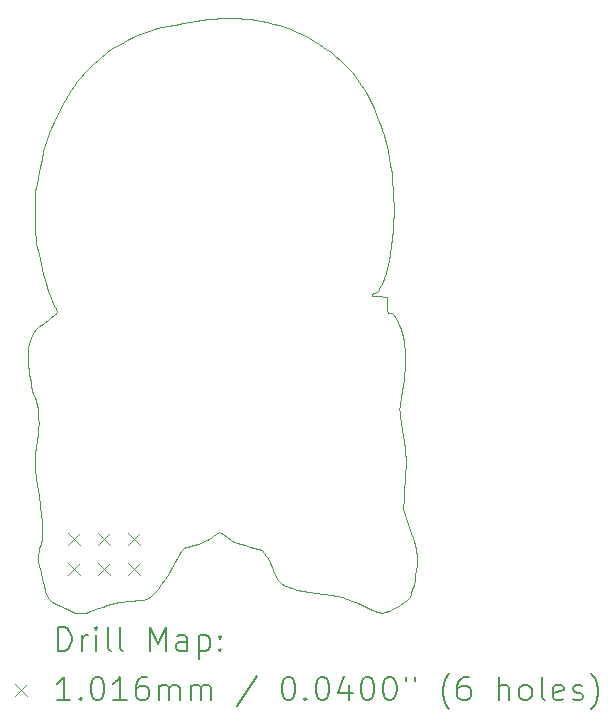
<source format=gbr>
%TF.GenerationSoftware,KiCad,Pcbnew,8.0.4*%
%TF.CreationDate,2024-07-21T19:03:18-05:00*%
%TF.ProjectId,keanu-homeboy,6b65616e-752d-4686-9f6d-65626f792e6b,rev?*%
%TF.SameCoordinates,Original*%
%TF.FileFunction,Drillmap*%
%TF.FilePolarity,Positive*%
%FSLAX45Y45*%
G04 Gerber Fmt 4.5, Leading zero omitted, Abs format (unit mm)*
G04 Created by KiCad (PCBNEW 8.0.4) date 2024-07-21 19:03:18*
%MOMM*%
%LPD*%
G01*
G04 APERTURE LIST*
%ADD10C,0.100000*%
%ADD11C,0.200000*%
%ADD12C,0.101600*%
G04 APERTURE END LIST*
D10*
X-1701413Y-2012726D02*
X-1712397Y-2009486D01*
X-1712399Y-2009486D02*
X-1725764Y-2004674D01*
X-1725764Y-2004674D02*
X-1758027Y-1991175D01*
X-1758027Y-1991175D02*
X-1794971Y-1973911D01*
X-1794971Y-1973911D02*
X-1833367Y-1954567D01*
X-1833367Y-1954567D02*
X-1869982Y-1934827D01*
X-1869982Y-1934827D02*
X-1901586Y-1916372D01*
X-1901586Y-1916372D02*
X-1924947Y-1900889D01*
X-1924947Y-1900889D02*
X-1932527Y-1894787D01*
X-1932527Y-1894787D02*
X-1936835Y-1890059D01*
X-1936835Y-1890059D02*
X-1941769Y-1880603D01*
X-1941769Y-1880603D02*
X-1947441Y-1866764D01*
X-1947441Y-1866764D02*
X-1960416Y-1828297D01*
X-1960416Y-1828297D02*
X-1974593Y-1779371D01*
X-1974593Y-1779371D02*
X-1988807Y-1724701D01*
X-1988807Y-1724701D02*
X-2001892Y-1669000D01*
X-2001892Y-1669000D02*
X-2012683Y-1616983D01*
X-2012683Y-1616983D02*
X-2020012Y-1573364D01*
X-2020012Y-1573364D02*
X-2022014Y-1556177D01*
X-2022014Y-1556177D02*
X-2022714Y-1542857D01*
X-2022714Y-1542857D02*
X-2021488Y-1518352D01*
X-2021488Y-1518352D02*
X-2018151Y-1491786D01*
X-2018151Y-1491786D02*
X-2013211Y-1466361D01*
X-2013211Y-1466361D02*
X-2007179Y-1445278D01*
X-2007179Y-1445278D02*
X-2001871Y-1429437D01*
X-2001871Y-1429437D02*
X-1997327Y-1413407D01*
X-1997327Y-1413407D02*
X-1993554Y-1396916D01*
X-1993554Y-1396916D02*
X-1990558Y-1379691D01*
X-1990558Y-1379691D02*
X-1988347Y-1361460D01*
X-1988347Y-1361460D02*
X-1986926Y-1341950D01*
X-1986926Y-1341950D02*
X-1986306Y-1320887D01*
X-1986306Y-1320887D02*
X-1986486Y-1298000D01*
X-1986486Y-1298000D02*
X-1989288Y-1245659D01*
X-1989288Y-1245659D02*
X-1995387Y-1182744D01*
X-1995387Y-1182744D02*
X-2004836Y-1107073D01*
X-2004836Y-1107073D02*
X-2017689Y-1016463D01*
X-2017689Y-1016463D02*
X-2030325Y-929130D01*
X-2030325Y-929130D02*
X-2039573Y-859017D01*
X-2039573Y-859017D02*
X-2045563Y-801605D01*
X-2045563Y-801605D02*
X-2048426Y-752375D01*
X-2048426Y-752375D02*
X-2048296Y-706806D01*
X-2048296Y-706806D02*
X-2045294Y-660380D01*
X-2045294Y-660380D02*
X-2039554Y-608576D01*
X-2039554Y-608576D02*
X-2031207Y-546875D01*
X-2031207Y-546875D02*
X-2025054Y-496753D01*
X-2025054Y-496753D02*
X-2021059Y-449088D01*
X-2021059Y-449088D02*
X-2019220Y-403985D01*
X-2019220Y-403985D02*
X-2019530Y-361551D01*
X-2019530Y-361551D02*
X-2021990Y-321892D01*
X-2021990Y-321892D02*
X-2026594Y-285116D01*
X-2026594Y-285116D02*
X-2033338Y-251327D01*
X-2033338Y-251327D02*
X-2042220Y-220634D01*
X-2042220Y-220634D02*
X-2052570Y-188820D01*
X-2052570Y-188820D02*
X-2062145Y-156296D01*
X-2062145Y-156296D02*
X-2070920Y-123259D01*
X-2070920Y-123259D02*
X-2078872Y-89909D01*
X-2078872Y-89909D02*
X-2085976Y-56446D01*
X-2085976Y-56446D02*
X-2092208Y-23067D01*
X-2092208Y-23067D02*
X-2097543Y10027D01*
X-2097543Y10027D02*
X-2101958Y42639D01*
X-2101958Y42639D02*
X-2105428Y74568D01*
X-2105428Y74568D02*
X-2107928Y105616D01*
X-2107928Y105616D02*
X-2109435Y135585D01*
X-2109435Y135585D02*
X-2109925Y164274D01*
X-2109925Y164274D02*
X-2109375Y191485D01*
X-2109375Y191485D02*
X-2107755Y217020D01*
X-2107755Y217020D02*
X-2105044Y240678D01*
X-2105044Y240678D02*
X-2101218Y262262D01*
X-2101218Y262262D02*
X-2094473Y286603D01*
X-2094473Y286603D02*
X-2084715Y312364D01*
X-2084715Y312364D02*
X-2072746Y338184D01*
X-2072746Y338184D02*
X-2059372Y362700D01*
X-2059372Y362700D02*
X-2045394Y384551D01*
X-2045394Y384551D02*
X-2031616Y402375D01*
X-2031616Y402375D02*
X-2025053Y409351D01*
X-2025053Y409351D02*
X-2018842Y414810D01*
X-2018842Y414810D02*
X-2013083Y418581D01*
X-2013083Y418581D02*
X-2007876Y420494D01*
X-2007876Y420494D02*
X-2003080Y422006D01*
X-2003080Y422006D02*
X-1997004Y424888D01*
X-1997004Y424888D02*
X-1982004Y434090D01*
X-1982004Y434090D02*
X-1964855Y446753D01*
X-1964855Y446753D02*
X-1947536Y461529D01*
X-1947536Y461529D02*
X-1930103Y476906D01*
X-1930103Y476906D02*
X-1912643Y491203D01*
X-1912643Y491203D02*
X-1897182Y502824D01*
X-1897182Y502824D02*
X-1885748Y510172D01*
X-1885748Y510172D02*
X-1877665Y515538D01*
X-1877665Y515538D02*
X-1871586Y521862D01*
X-1871586Y521862D02*
X-1867522Y529064D01*
X-1867522Y529064D02*
X-1865481Y537065D01*
X-1865481Y537065D02*
X-1865475Y545785D01*
X-1865475Y545785D02*
X-1867512Y555145D01*
X-1867512Y555145D02*
X-1871602Y565065D01*
X-1871602Y565065D02*
X-1877755Y575465D01*
X-1877755Y575465D02*
X-1886261Y589592D01*
X-1886261Y589592D02*
X-1895341Y607594D01*
X-1895341Y607594D02*
X-1904914Y629196D01*
X-1904914Y629196D02*
X-1914897Y654120D01*
X-1914897Y654120D02*
X-1935767Y712829D01*
X-1935767Y712829D02*
X-1957294Y781510D01*
X-1957294Y781510D02*
X-1978822Y857951D01*
X-1978822Y857951D02*
X-1999695Y939940D01*
X-1999695Y939940D02*
X-2019257Y1025265D01*
X-2019257Y1025265D02*
X-2036851Y1111714D01*
X-2036851Y1111714D02*
X-2040027Y1131648D01*
X-2040027Y1131648D02*
X-2042864Y1155838D01*
X-2042864Y1155838D02*
X-2047491Y1214444D01*
X-2047491Y1214444D02*
X-2050670Y1282443D01*
X-2050670Y1282443D02*
X-2052339Y1354749D01*
X-2052339Y1354749D02*
X-2052434Y1426275D01*
X-2052434Y1426275D02*
X-2050894Y1491931D01*
X-2050894Y1491931D02*
X-2047656Y1546632D01*
X-2047656Y1546632D02*
X-2045381Y1568285D01*
X-2045381Y1568285D02*
X-2042658Y1585290D01*
X-2042658Y1585290D02*
X-2007189Y1761521D01*
X-2007189Y1761521D02*
X-1992498Y1832131D01*
X-1992498Y1832131D02*
X-1978305Y1893877D01*
X-1978305Y1893877D02*
X-1963889Y1948960D01*
X-1963889Y1948960D02*
X-1948530Y1999581D01*
X-1948530Y1999581D02*
X-1931508Y2047940D01*
X-1931508Y2047940D02*
X-1912104Y2096237D01*
X-1912104Y2096237D02*
X-1889598Y2146675D01*
X-1889598Y2146675D02*
X-1863269Y2201452D01*
X-1863269Y2201452D02*
X-1840462Y2246261D01*
X-1840462Y2246261D02*
X-1816941Y2289766D01*
X-1816941Y2289766D02*
X-1792732Y2331934D01*
X-1792732Y2331934D02*
X-1767864Y2372730D01*
X-1767864Y2372730D02*
X-1742363Y2412121D01*
X-1742363Y2412121D02*
X-1716256Y2450072D01*
X-1716256Y2450072D02*
X-1689571Y2486551D01*
X-1689571Y2486551D02*
X-1662335Y2521523D01*
X-1662335Y2521523D02*
X-1634575Y2554954D01*
X-1634575Y2554954D02*
X-1606318Y2586811D01*
X-1606318Y2586811D02*
X-1577591Y2617059D01*
X-1577591Y2617059D02*
X-1548422Y2645666D01*
X-1548422Y2645666D02*
X-1518837Y2672596D01*
X-1518837Y2672596D02*
X-1488865Y2697817D01*
X-1488865Y2697817D02*
X-1458531Y2721295D01*
X-1458531Y2721295D02*
X-1427864Y2742995D01*
X-1427864Y2742995D02*
X-1377804Y2775154D01*
X-1377804Y2775154D02*
X-1324955Y2806109D01*
X-1324955Y2806109D02*
X-1270469Y2835324D01*
X-1270469Y2835324D02*
X-1215499Y2862259D01*
X-1215499Y2862259D02*
X-1161194Y2886377D01*
X-1161194Y2886377D02*
X-1108706Y2907140D01*
X-1108706Y2907140D02*
X-1059187Y2924010D01*
X-1059187Y2924010D02*
X-1035901Y2930817D01*
X-1035901Y2930817D02*
X-1013788Y2936450D01*
X-1013788Y2936450D02*
X-927803Y2955482D01*
X-927803Y2955482D02*
X-866056Y2967335D01*
X-866056Y2967335D02*
X-795686Y2979134D01*
X-795686Y2979134D02*
X-688969Y2998036D01*
X-688969Y2998036D02*
X-638410Y3006321D01*
X-638410Y3006321D02*
X-587782Y3012921D01*
X-587782Y3012921D02*
X-537101Y3017837D01*
X-537101Y3017837D02*
X-486381Y3021070D01*
X-486381Y3021070D02*
X-435636Y3022621D01*
X-435636Y3022621D02*
X-384882Y3022491D01*
X-384882Y3022491D02*
X-334132Y3020682D01*
X-334132Y3020682D02*
X-283402Y3017195D01*
X-283402Y3017195D02*
X-232705Y3012031D01*
X-232705Y3012031D02*
X-182058Y3005192D01*
X-182058Y3005192D02*
X-131473Y2996678D01*
X-131473Y2996678D02*
X-80967Y2986491D01*
X-80967Y2986491D02*
X-30552Y2974632D01*
X-30552Y2974632D02*
X19755Y2961103D01*
X19755Y2961103D02*
X69941Y2945905D01*
X69941Y2945905D02*
X119990Y2929038D01*
X119990Y2929038D02*
X147715Y2917608D01*
X147715Y2917608D02*
X183500Y2900468D01*
X183500Y2900468D02*
X224685Y2879114D01*
X224685Y2879114D02*
X268606Y2855041D01*
X268606Y2855041D02*
X312603Y2829743D01*
X312603Y2829743D02*
X354012Y2804715D01*
X354012Y2804715D02*
X390173Y2781453D01*
X390173Y2781453D02*
X418424Y2761450D01*
X418424Y2761450D02*
X455437Y2732107D01*
X455437Y2732107D02*
X493202Y2700173D01*
X493202Y2700173D02*
X530707Y2666627D01*
X530707Y2666627D02*
X566941Y2632448D01*
X566941Y2632448D02*
X600894Y2598616D01*
X600894Y2598616D02*
X631555Y2566110D01*
X631555Y2566110D02*
X657914Y2535909D01*
X657914Y2535909D02*
X678960Y2508993D01*
X678960Y2508993D02*
X696695Y2483483D01*
X696695Y2483483D02*
X714538Y2455873D01*
X714538Y2455873D02*
X732394Y2426374D01*
X732394Y2426374D02*
X750167Y2395198D01*
X750167Y2395198D02*
X767765Y2362555D01*
X767765Y2362555D02*
X785091Y2328656D01*
X785091Y2328656D02*
X802051Y2293711D01*
X802051Y2293711D02*
X818550Y2257933D01*
X818550Y2257933D02*
X849786Y2184715D01*
X849786Y2184715D02*
X864334Y2147698D01*
X864334Y2147698D02*
X878042Y2110691D01*
X878042Y2110691D02*
X890815Y2073903D01*
X890815Y2073903D02*
X902559Y2037545D01*
X902559Y2037545D02*
X913179Y2001830D01*
X913179Y2001830D02*
X922580Y1966966D01*
X922580Y1966966D02*
X937114Y1905312D01*
X937114Y1905312D02*
X949808Y1841788D01*
X949808Y1841788D02*
X960658Y1776666D01*
X960658Y1776666D02*
X969663Y1710214D01*
X969663Y1710214D02*
X976820Y1642704D01*
X976820Y1642704D02*
X982126Y1574405D01*
X982126Y1574405D02*
X985579Y1505587D01*
X985579Y1505587D02*
X987175Y1436522D01*
X987175Y1436522D02*
X986915Y1367479D01*
X986915Y1367479D02*
X984791Y1298728D01*
X984791Y1298728D02*
X980804Y1230540D01*
X980804Y1230540D02*
X974950Y1163185D01*
X974950Y1163185D02*
X967227Y1096932D01*
X967227Y1096932D02*
X957632Y1032053D01*
X957632Y1032053D02*
X946163Y968817D01*
X946163Y968817D02*
X932817Y907495D01*
X932817Y907495D02*
X921662Y865268D01*
X921662Y865268D02*
X909065Y826012D01*
X909065Y826012D02*
X895443Y790547D01*
X895443Y790547D02*
X881213Y759693D01*
X881213Y759693D02*
X866793Y734268D01*
X866793Y734268D02*
X859642Y723848D01*
X859642Y723848D02*
X852600Y715093D01*
X852600Y715093D02*
X845719Y708105D01*
X845719Y708105D02*
X839051Y702987D01*
X839051Y702987D02*
X832648Y699841D01*
X832648Y699841D02*
X826563Y698770D01*
X826563Y698770D02*
X821910Y697637D01*
X821910Y697637D02*
X816309Y694552D01*
X816309Y694552D02*
X810465Y689987D01*
X810465Y689987D02*
X805083Y684412D01*
X805083Y684412D02*
X802179Y680247D01*
X802179Y680247D02*
X801359Y676883D01*
X801359Y676883D02*
X802983Y674206D01*
X802983Y674206D02*
X807424Y672101D01*
X807424Y672101D02*
X815050Y670454D01*
X815050Y670454D02*
X826229Y669150D01*
X826229Y669150D02*
X860721Y667112D01*
X860721Y667112D02*
X928272Y664170D01*
X928272Y664170D02*
X931147Y593944D01*
X931147Y593944D02*
X933241Y554293D01*
X933241Y554293D02*
X934715Y542032D01*
X934715Y542032D02*
X936854Y533876D01*
X936854Y533876D02*
X939941Y529123D01*
X939941Y529123D02*
X944262Y527070D01*
X944262Y527070D02*
X950100Y527014D01*
X950100Y527014D02*
X957740Y528252D01*
X957740Y528252D02*
X965116Y529112D01*
X965116Y529112D02*
X971615Y528202D01*
X971615Y528202D02*
X977752Y524896D01*
X977752Y524896D02*
X984041Y518557D01*
X984041Y518557D02*
X990995Y508551D01*
X990995Y508551D02*
X999128Y494244D01*
X999128Y494244D02*
X1020988Y450189D01*
X1020988Y450189D02*
X1034006Y420768D01*
X1034006Y420768D02*
X1045537Y390010D01*
X1045537Y390010D02*
X1055582Y357910D01*
X1055582Y357910D02*
X1064140Y324460D01*
X1064140Y324460D02*
X1071212Y289653D01*
X1071212Y289653D02*
X1076799Y253482D01*
X1076799Y253482D02*
X1080900Y215939D01*
X1080900Y215939D02*
X1083517Y177019D01*
X1083517Y177019D02*
X1084649Y136714D01*
X1084649Y136714D02*
X1084299Y95016D01*
X1084299Y95016D02*
X1082463Y51919D01*
X1082463Y51919D02*
X1079143Y7416D01*
X1079143Y7416D02*
X1074340Y-38500D01*
X1074340Y-38500D02*
X1068054Y-85837D01*
X1068054Y-85837D02*
X1060285Y-134602D01*
X1060285Y-134602D02*
X1051034Y-184800D01*
X1051034Y-184800D02*
X1040364Y-242965D01*
X1040364Y-242965D02*
X1037701Y-265081D01*
X1037701Y-265081D02*
X1036821Y-285928D01*
X1036821Y-285928D02*
X1037731Y-308036D01*
X1037731Y-308036D02*
X1040424Y-333936D01*
X1040424Y-333936D02*
X1051175Y-407237D01*
X1051175Y-407237D02*
X1074530Y-563133D01*
X1074530Y-563133D02*
X1081854Y-618974D01*
X1081854Y-618974D02*
X1086693Y-664818D01*
X1086693Y-664818D02*
X1089361Y-704221D01*
X1089361Y-704221D02*
X1090171Y-740740D01*
X1090171Y-740740D02*
X1089431Y-777931D01*
X1089431Y-777931D02*
X1087463Y-819350D01*
X1087463Y-819350D02*
X1075447Y-1036231D01*
X1075447Y-1036231D02*
X1069975Y-1135092D01*
X1069975Y-1135092D02*
X1127306Y-1308098D01*
X1127306Y-1308098D02*
X1158848Y-1405559D01*
X1158848Y-1405559D02*
X1168930Y-1440126D01*
X1168930Y-1440126D02*
X1175927Y-1468543D01*
X1175927Y-1468543D02*
X1180371Y-1493277D01*
X1180371Y-1493277D02*
X1182793Y-1516799D01*
X1182793Y-1516799D02*
X1183723Y-1541577D01*
X1183723Y-1541577D02*
X1183695Y-1570079D01*
X1183695Y-1570079D02*
X1182066Y-1608190D01*
X1182066Y-1608190D02*
X1178169Y-1649821D01*
X1178169Y-1649821D02*
X1172354Y-1693123D01*
X1172354Y-1693123D02*
X1164971Y-1736249D01*
X1164971Y-1736249D02*
X1156372Y-1777353D01*
X1156372Y-1777353D02*
X1146906Y-1814588D01*
X1146906Y-1814588D02*
X1136924Y-1846105D01*
X1136924Y-1846105D02*
X1131849Y-1859143D01*
X1131849Y-1859143D02*
X1126777Y-1870059D01*
X1126777Y-1870059D02*
X1121995Y-1877750D01*
X1121995Y-1877750D02*
X1115281Y-1886184D01*
X1115281Y-1886184D02*
X1106805Y-1895210D01*
X1106805Y-1895210D02*
X1096739Y-1904674D01*
X1096739Y-1904674D02*
X1072518Y-1924309D01*
X1072518Y-1924309D02*
X1043989Y-1943867D01*
X1043989Y-1943867D02*
X997784Y-1972134D01*
X997784Y-1972134D02*
X977739Y-1983311D01*
X977739Y-1983311D02*
X959268Y-1992535D01*
X959268Y-1992535D02*
X942025Y-1999820D01*
X942025Y-1999820D02*
X925662Y-2005178D01*
X925662Y-2005178D02*
X909830Y-2008623D01*
X909830Y-2008623D02*
X894183Y-2010168D01*
X894183Y-2010168D02*
X878373Y-2009828D01*
X878373Y-2009828D02*
X862052Y-2007614D01*
X862052Y-2007614D02*
X844873Y-2003540D01*
X844873Y-2003540D02*
X826488Y-1997619D01*
X826488Y-1997619D02*
X806549Y-1989865D01*
X806549Y-1989865D02*
X784710Y-1980291D01*
X784710Y-1980291D02*
X733937Y-1955737D01*
X733937Y-1955737D02*
X683707Y-1931355D01*
X683707Y-1931355D02*
X638255Y-1911240D01*
X638255Y-1911240D02*
X595200Y-1894720D01*
X595200Y-1894720D02*
X552161Y-1881124D01*
X552161Y-1881124D02*
X506754Y-1869780D01*
X506754Y-1869780D02*
X456599Y-1860016D01*
X456599Y-1860016D02*
X399312Y-1851160D01*
X399312Y-1851160D02*
X332513Y-1842541D01*
X332513Y-1842541D02*
X270962Y-1834406D01*
X270962Y-1834406D02*
X217041Y-1825712D01*
X217041Y-1825712D02*
X170276Y-1816322D01*
X170276Y-1816322D02*
X130195Y-1806098D01*
X130195Y-1806098D02*
X96325Y-1794904D01*
X96325Y-1794904D02*
X81572Y-1788901D01*
X81572Y-1788901D02*
X68193Y-1782604D01*
X68193Y-1782604D02*
X56131Y-1775995D01*
X56131Y-1775995D02*
X45326Y-1769058D01*
X45326Y-1769058D02*
X35719Y-1761776D01*
X35719Y-1761776D02*
X27251Y-1754132D01*
X27251Y-1754132D02*
X15968Y-1740698D01*
X15968Y-1740698D02*
X2977Y-1721639D01*
X2977Y-1721639D02*
X-10731Y-1698853D01*
X-10731Y-1698853D02*
X-24168Y-1674241D01*
X-24168Y-1674241D02*
X-36342Y-1649702D01*
X-36342Y-1649702D02*
X-46265Y-1627136D01*
X-46265Y-1627136D02*
X-52947Y-1608441D01*
X-52947Y-1608441D02*
X-54763Y-1601139D01*
X-54763Y-1601139D02*
X-55393Y-1595518D01*
X-55393Y-1595518D02*
X-56113Y-1591637D01*
X-56113Y-1591637D02*
X-58182Y-1585991D01*
X-58182Y-1585991D02*
X-65780Y-1570478D01*
X-65780Y-1570478D02*
X-77023Y-1551127D01*
X-77023Y-1551127D02*
X-90750Y-1530084D01*
X-90750Y-1530084D02*
X-126101Y-1478754D01*
X-126101Y-1478754D02*
X-231626Y-1451476D01*
X-231626Y-1451476D02*
X-271552Y-1440746D01*
X-271552Y-1440746D02*
X-305978Y-1430565D01*
X-305978Y-1430565D02*
X-335391Y-1420726D01*
X-335391Y-1420726D02*
X-360281Y-1411020D01*
X-360281Y-1411020D02*
X-381136Y-1401239D01*
X-381136Y-1401239D02*
X-398443Y-1391176D01*
X-398443Y-1391176D02*
X-412692Y-1380623D01*
X-412692Y-1380623D02*
X-424369Y-1369371D01*
X-424369Y-1369371D02*
X-433645Y-1360691D01*
X-433645Y-1360691D02*
X-445583Y-1351785D01*
X-445583Y-1351785D02*
X-458645Y-1343698D01*
X-458645Y-1343698D02*
X-471290Y-1337477D01*
X-471290Y-1337477D02*
X-480418Y-1333945D01*
X-480418Y-1333945D02*
X-488106Y-1331815D01*
X-488106Y-1331815D02*
X-494970Y-1331295D01*
X-494970Y-1331295D02*
X-501625Y-1332592D01*
X-501625Y-1332592D02*
X-508688Y-1335913D01*
X-508688Y-1335913D02*
X-516775Y-1341466D01*
X-516775Y-1341466D02*
X-538485Y-1360095D01*
X-538485Y-1360095D02*
X-554377Y-1373020D01*
X-554377Y-1373020D02*
X-572776Y-1385361D01*
X-572776Y-1385361D02*
X-593624Y-1397092D01*
X-593624Y-1397092D02*
X-616863Y-1408190D01*
X-616863Y-1408190D02*
X-642438Y-1418628D01*
X-642438Y-1418628D02*
X-670289Y-1428381D01*
X-670289Y-1428381D02*
X-700361Y-1437424D01*
X-700361Y-1437424D02*
X-732595Y-1445732D01*
X-732595Y-1445732D02*
X-753980Y-1451262D01*
X-753980Y-1451262D02*
X-771549Y-1456967D01*
X-771549Y-1456967D02*
X-785910Y-1463314D01*
X-785910Y-1463314D02*
X-797673Y-1470769D01*
X-797673Y-1470769D02*
X-807447Y-1479798D01*
X-807447Y-1479798D02*
X-815842Y-1490868D01*
X-815842Y-1490868D02*
X-823467Y-1504445D01*
X-823467Y-1504445D02*
X-830931Y-1520995D01*
X-830931Y-1520995D02*
X-842798Y-1545358D01*
X-842798Y-1545358D02*
X-863026Y-1582712D01*
X-863026Y-1582712D02*
X-888783Y-1627972D01*
X-888783Y-1627972D02*
X-917236Y-1676047D01*
X-917236Y-1676047D02*
X-948691Y-1725800D01*
X-948691Y-1725800D02*
X-979591Y-1770100D01*
X-979591Y-1770100D02*
X-1009604Y-1808601D01*
X-1009604Y-1808601D02*
X-1024174Y-1825569D01*
X-1024174Y-1825569D02*
X-1038397Y-1840957D01*
X-1038397Y-1840957D02*
X-1052232Y-1854723D01*
X-1052232Y-1854723D02*
X-1065638Y-1866823D01*
X-1065638Y-1866823D02*
X-1078572Y-1877215D01*
X-1078572Y-1877215D02*
X-1090994Y-1885854D01*
X-1090994Y-1885854D02*
X-1102861Y-1892697D01*
X-1102861Y-1892697D02*
X-1114131Y-1897702D01*
X-1114131Y-1897702D02*
X-1124765Y-1900825D01*
X-1124765Y-1900825D02*
X-1134719Y-1902023D01*
X-1134719Y-1902023D02*
X-1162285Y-1903390D01*
X-1162285Y-1903390D02*
X-1182411Y-1905652D01*
X-1182411Y-1905652D02*
X-1216103Y-1909833D01*
X-1216103Y-1909833D02*
X-1276283Y-1915852D01*
X-1276283Y-1915852D02*
X-1307540Y-1919418D01*
X-1307540Y-1919418D02*
X-1338811Y-1924381D01*
X-1338811Y-1924381D02*
X-1370616Y-1930881D01*
X-1370616Y-1930881D02*
X-1403476Y-1939059D01*
X-1403476Y-1939059D02*
X-1437911Y-1949056D01*
X-1437911Y-1949056D02*
X-1474441Y-1961012D01*
X-1474441Y-1961012D02*
X-1513586Y-1975068D01*
X-1513586Y-1975068D02*
X-1555868Y-1991365D01*
X-1555868Y-1991365D02*
X-1580061Y-2000551D01*
X-1580061Y-2000551D02*
X-1601464Y-2007717D01*
X-1601464Y-2007717D02*
X-1620614Y-2012943D01*
X-1620614Y-2012943D02*
X-1638051Y-2016307D01*
X-1638051Y-2016307D02*
X-1654313Y-2017888D01*
X-1654313Y-2017888D02*
X-1669937Y-2017768D01*
X-1669937Y-2017768D02*
X-1685463Y-2016021D01*
X-1685463Y-2016021D02*
X-1701413Y-2012726D01*
D11*
D12*
X-1773428Y-1333500D02*
X-1671828Y-1435100D01*
X-1671828Y-1333500D02*
X-1773428Y-1435100D01*
X-1773428Y-1587500D02*
X-1671828Y-1689100D01*
X-1671828Y-1587500D02*
X-1773428Y-1689100D01*
X-1519428Y-1333500D02*
X-1417828Y-1435100D01*
X-1417828Y-1333500D02*
X-1519428Y-1435100D01*
X-1519428Y-1587500D02*
X-1417828Y-1689100D01*
X-1417828Y-1587500D02*
X-1519428Y-1689100D01*
X-1265428Y-1333500D02*
X-1163828Y-1435100D01*
X-1163828Y-1333500D02*
X-1265428Y-1435100D01*
X-1265428Y-1587500D02*
X-1163828Y-1689100D01*
X-1163828Y-1587500D02*
X-1265428Y-1689100D01*
D11*
X-1854148Y-2334372D02*
X-1854148Y-2134372D01*
X-1854148Y-2134372D02*
X-1806529Y-2134372D01*
X-1806529Y-2134372D02*
X-1777957Y-2143896D01*
X-1777957Y-2143896D02*
X-1758910Y-2162943D01*
X-1758910Y-2162943D02*
X-1749386Y-2181991D01*
X-1749386Y-2181991D02*
X-1739862Y-2220086D01*
X-1739862Y-2220086D02*
X-1739862Y-2248658D01*
X-1739862Y-2248658D02*
X-1749386Y-2286753D01*
X-1749386Y-2286753D02*
X-1758910Y-2305800D01*
X-1758910Y-2305800D02*
X-1777957Y-2324848D01*
X-1777957Y-2324848D02*
X-1806529Y-2334372D01*
X-1806529Y-2334372D02*
X-1854148Y-2334372D01*
X-1654148Y-2334372D02*
X-1654148Y-2201039D01*
X-1654148Y-2239134D02*
X-1644624Y-2220086D01*
X-1644624Y-2220086D02*
X-1635100Y-2210562D01*
X-1635100Y-2210562D02*
X-1616053Y-2201039D01*
X-1616053Y-2201039D02*
X-1597005Y-2201039D01*
X-1530338Y-2334372D02*
X-1530338Y-2201039D01*
X-1530338Y-2134372D02*
X-1539862Y-2143896D01*
X-1539862Y-2143896D02*
X-1530338Y-2153420D01*
X-1530338Y-2153420D02*
X-1520814Y-2143896D01*
X-1520814Y-2143896D02*
X-1530338Y-2134372D01*
X-1530338Y-2134372D02*
X-1530338Y-2153420D01*
X-1406529Y-2334372D02*
X-1425576Y-2324848D01*
X-1425576Y-2324848D02*
X-1435100Y-2305800D01*
X-1435100Y-2305800D02*
X-1435100Y-2134372D01*
X-1301767Y-2334372D02*
X-1320815Y-2324848D01*
X-1320815Y-2324848D02*
X-1330338Y-2305800D01*
X-1330338Y-2305800D02*
X-1330338Y-2134372D01*
X-1073195Y-2334372D02*
X-1073195Y-2134372D01*
X-1073195Y-2134372D02*
X-1006529Y-2277229D01*
X-1006529Y-2277229D02*
X-939862Y-2134372D01*
X-939862Y-2134372D02*
X-939862Y-2334372D01*
X-758910Y-2334372D02*
X-758910Y-2229610D01*
X-758910Y-2229610D02*
X-768433Y-2210562D01*
X-768433Y-2210562D02*
X-787481Y-2201039D01*
X-787481Y-2201039D02*
X-825576Y-2201039D01*
X-825576Y-2201039D02*
X-844624Y-2210562D01*
X-758910Y-2324848D02*
X-777957Y-2334372D01*
X-777957Y-2334372D02*
X-825576Y-2334372D01*
X-825576Y-2334372D02*
X-844624Y-2324848D01*
X-844624Y-2324848D02*
X-854148Y-2305800D01*
X-854148Y-2305800D02*
X-854148Y-2286753D01*
X-854148Y-2286753D02*
X-844624Y-2267705D01*
X-844624Y-2267705D02*
X-825576Y-2258181D01*
X-825576Y-2258181D02*
X-777957Y-2258181D01*
X-777957Y-2258181D02*
X-758910Y-2248658D01*
X-663672Y-2201039D02*
X-663672Y-2401039D01*
X-663672Y-2210562D02*
X-644624Y-2201039D01*
X-644624Y-2201039D02*
X-606529Y-2201039D01*
X-606529Y-2201039D02*
X-587481Y-2210562D01*
X-587481Y-2210562D02*
X-577957Y-2220086D01*
X-577957Y-2220086D02*
X-568434Y-2239134D01*
X-568434Y-2239134D02*
X-568434Y-2296277D01*
X-568434Y-2296277D02*
X-577957Y-2315324D01*
X-577957Y-2315324D02*
X-587481Y-2324848D01*
X-587481Y-2324848D02*
X-606529Y-2334372D01*
X-606529Y-2334372D02*
X-644624Y-2334372D01*
X-644624Y-2334372D02*
X-663672Y-2324848D01*
X-482719Y-2315324D02*
X-473195Y-2324848D01*
X-473195Y-2324848D02*
X-482719Y-2334372D01*
X-482719Y-2334372D02*
X-492243Y-2324848D01*
X-492243Y-2324848D02*
X-482719Y-2315324D01*
X-482719Y-2315324D02*
X-482719Y-2334372D01*
X-482719Y-2210562D02*
X-473195Y-2220086D01*
X-473195Y-2220086D02*
X-482719Y-2229610D01*
X-482719Y-2229610D02*
X-492243Y-2220086D01*
X-492243Y-2220086D02*
X-482719Y-2210562D01*
X-482719Y-2210562D02*
X-482719Y-2229610D01*
D12*
X-2216525Y-2612088D02*
X-2114925Y-2713688D01*
X-2114925Y-2612088D02*
X-2216525Y-2713688D01*
D11*
X-1749386Y-2754372D02*
X-1863672Y-2754372D01*
X-1806529Y-2754372D02*
X-1806529Y-2554372D01*
X-1806529Y-2554372D02*
X-1825576Y-2582943D01*
X-1825576Y-2582943D02*
X-1844624Y-2601991D01*
X-1844624Y-2601991D02*
X-1863672Y-2611515D01*
X-1663672Y-2735324D02*
X-1654148Y-2744848D01*
X-1654148Y-2744848D02*
X-1663672Y-2754372D01*
X-1663672Y-2754372D02*
X-1673195Y-2744848D01*
X-1673195Y-2744848D02*
X-1663672Y-2735324D01*
X-1663672Y-2735324D02*
X-1663672Y-2754372D01*
X-1530338Y-2554372D02*
X-1511291Y-2554372D01*
X-1511291Y-2554372D02*
X-1492243Y-2563896D01*
X-1492243Y-2563896D02*
X-1482719Y-2573420D01*
X-1482719Y-2573420D02*
X-1473195Y-2592467D01*
X-1473195Y-2592467D02*
X-1463672Y-2630562D01*
X-1463672Y-2630562D02*
X-1463672Y-2678181D01*
X-1463672Y-2678181D02*
X-1473195Y-2716277D01*
X-1473195Y-2716277D02*
X-1482719Y-2735324D01*
X-1482719Y-2735324D02*
X-1492243Y-2744848D01*
X-1492243Y-2744848D02*
X-1511291Y-2754372D01*
X-1511291Y-2754372D02*
X-1530338Y-2754372D01*
X-1530338Y-2754372D02*
X-1549386Y-2744848D01*
X-1549386Y-2744848D02*
X-1558910Y-2735324D01*
X-1558910Y-2735324D02*
X-1568433Y-2716277D01*
X-1568433Y-2716277D02*
X-1577957Y-2678181D01*
X-1577957Y-2678181D02*
X-1577957Y-2630562D01*
X-1577957Y-2630562D02*
X-1568433Y-2592467D01*
X-1568433Y-2592467D02*
X-1558910Y-2573420D01*
X-1558910Y-2573420D02*
X-1549386Y-2563896D01*
X-1549386Y-2563896D02*
X-1530338Y-2554372D01*
X-1273195Y-2754372D02*
X-1387481Y-2754372D01*
X-1330338Y-2754372D02*
X-1330338Y-2554372D01*
X-1330338Y-2554372D02*
X-1349386Y-2582943D01*
X-1349386Y-2582943D02*
X-1368434Y-2601991D01*
X-1368434Y-2601991D02*
X-1387481Y-2611515D01*
X-1101767Y-2554372D02*
X-1139862Y-2554372D01*
X-1139862Y-2554372D02*
X-1158910Y-2563896D01*
X-1158910Y-2563896D02*
X-1168434Y-2573420D01*
X-1168434Y-2573420D02*
X-1187481Y-2601991D01*
X-1187481Y-2601991D02*
X-1197005Y-2640086D01*
X-1197005Y-2640086D02*
X-1197005Y-2716277D01*
X-1197005Y-2716277D02*
X-1187481Y-2735324D01*
X-1187481Y-2735324D02*
X-1177957Y-2744848D01*
X-1177957Y-2744848D02*
X-1158910Y-2754372D01*
X-1158910Y-2754372D02*
X-1120814Y-2754372D01*
X-1120814Y-2754372D02*
X-1101767Y-2744848D01*
X-1101767Y-2744848D02*
X-1092243Y-2735324D01*
X-1092243Y-2735324D02*
X-1082719Y-2716277D01*
X-1082719Y-2716277D02*
X-1082719Y-2668658D01*
X-1082719Y-2668658D02*
X-1092243Y-2649610D01*
X-1092243Y-2649610D02*
X-1101767Y-2640086D01*
X-1101767Y-2640086D02*
X-1120814Y-2630562D01*
X-1120814Y-2630562D02*
X-1158910Y-2630562D01*
X-1158910Y-2630562D02*
X-1177957Y-2640086D01*
X-1177957Y-2640086D02*
X-1187481Y-2649610D01*
X-1187481Y-2649610D02*
X-1197005Y-2668658D01*
X-997005Y-2754372D02*
X-997005Y-2621039D01*
X-997005Y-2640086D02*
X-987481Y-2630562D01*
X-987481Y-2630562D02*
X-968433Y-2621039D01*
X-968433Y-2621039D02*
X-939862Y-2621039D01*
X-939862Y-2621039D02*
X-920814Y-2630562D01*
X-920814Y-2630562D02*
X-911291Y-2649610D01*
X-911291Y-2649610D02*
X-911291Y-2754372D01*
X-911291Y-2649610D02*
X-901767Y-2630562D01*
X-901767Y-2630562D02*
X-882719Y-2621039D01*
X-882719Y-2621039D02*
X-854148Y-2621039D01*
X-854148Y-2621039D02*
X-835100Y-2630562D01*
X-835100Y-2630562D02*
X-825576Y-2649610D01*
X-825576Y-2649610D02*
X-825576Y-2754372D01*
X-730338Y-2754372D02*
X-730338Y-2621039D01*
X-730338Y-2640086D02*
X-720814Y-2630562D01*
X-720814Y-2630562D02*
X-701767Y-2621039D01*
X-701767Y-2621039D02*
X-673195Y-2621039D01*
X-673195Y-2621039D02*
X-654148Y-2630562D01*
X-654148Y-2630562D02*
X-644624Y-2649610D01*
X-644624Y-2649610D02*
X-644624Y-2754372D01*
X-644624Y-2649610D02*
X-635100Y-2630562D01*
X-635100Y-2630562D02*
X-616053Y-2621039D01*
X-616053Y-2621039D02*
X-587481Y-2621039D01*
X-587481Y-2621039D02*
X-568433Y-2630562D01*
X-568433Y-2630562D02*
X-558910Y-2649610D01*
X-558910Y-2649610D02*
X-558910Y-2754372D01*
X-168433Y-2544848D02*
X-339862Y-2801991D01*
X88709Y-2554372D02*
X107757Y-2554372D01*
X107757Y-2554372D02*
X126805Y-2563896D01*
X126805Y-2563896D02*
X136329Y-2573420D01*
X136329Y-2573420D02*
X145852Y-2592467D01*
X145852Y-2592467D02*
X155376Y-2630562D01*
X155376Y-2630562D02*
X155376Y-2678181D01*
X155376Y-2678181D02*
X145852Y-2716277D01*
X145852Y-2716277D02*
X136329Y-2735324D01*
X136329Y-2735324D02*
X126805Y-2744848D01*
X126805Y-2744848D02*
X107757Y-2754372D01*
X107757Y-2754372D02*
X88709Y-2754372D01*
X88709Y-2754372D02*
X69662Y-2744848D01*
X69662Y-2744848D02*
X60138Y-2735324D01*
X60138Y-2735324D02*
X50614Y-2716277D01*
X50614Y-2716277D02*
X41090Y-2678181D01*
X41090Y-2678181D02*
X41090Y-2630562D01*
X41090Y-2630562D02*
X50614Y-2592467D01*
X50614Y-2592467D02*
X60138Y-2573420D01*
X60138Y-2573420D02*
X69662Y-2563896D01*
X69662Y-2563896D02*
X88709Y-2554372D01*
X241090Y-2735324D02*
X250614Y-2744848D01*
X250614Y-2744848D02*
X241090Y-2754372D01*
X241090Y-2754372D02*
X231567Y-2744848D01*
X231567Y-2744848D02*
X241090Y-2735324D01*
X241090Y-2735324D02*
X241090Y-2754372D01*
X374424Y-2554372D02*
X393471Y-2554372D01*
X393471Y-2554372D02*
X412519Y-2563896D01*
X412519Y-2563896D02*
X422043Y-2573420D01*
X422043Y-2573420D02*
X431567Y-2592467D01*
X431567Y-2592467D02*
X441090Y-2630562D01*
X441090Y-2630562D02*
X441090Y-2678181D01*
X441090Y-2678181D02*
X431567Y-2716277D01*
X431567Y-2716277D02*
X422043Y-2735324D01*
X422043Y-2735324D02*
X412519Y-2744848D01*
X412519Y-2744848D02*
X393471Y-2754372D01*
X393471Y-2754372D02*
X374424Y-2754372D01*
X374424Y-2754372D02*
X355376Y-2744848D01*
X355376Y-2744848D02*
X345852Y-2735324D01*
X345852Y-2735324D02*
X336329Y-2716277D01*
X336329Y-2716277D02*
X326805Y-2678181D01*
X326805Y-2678181D02*
X326805Y-2630562D01*
X326805Y-2630562D02*
X336329Y-2592467D01*
X336329Y-2592467D02*
X345852Y-2573420D01*
X345852Y-2573420D02*
X355376Y-2563896D01*
X355376Y-2563896D02*
X374424Y-2554372D01*
X612519Y-2621039D02*
X612519Y-2754372D01*
X564900Y-2544848D02*
X517281Y-2687705D01*
X517281Y-2687705D02*
X641090Y-2687705D01*
X755376Y-2554372D02*
X774424Y-2554372D01*
X774424Y-2554372D02*
X793471Y-2563896D01*
X793471Y-2563896D02*
X802995Y-2573420D01*
X802995Y-2573420D02*
X812519Y-2592467D01*
X812519Y-2592467D02*
X822043Y-2630562D01*
X822043Y-2630562D02*
X822043Y-2678181D01*
X822043Y-2678181D02*
X812519Y-2716277D01*
X812519Y-2716277D02*
X802995Y-2735324D01*
X802995Y-2735324D02*
X793471Y-2744848D01*
X793471Y-2744848D02*
X774424Y-2754372D01*
X774424Y-2754372D02*
X755376Y-2754372D01*
X755376Y-2754372D02*
X736328Y-2744848D01*
X736328Y-2744848D02*
X726805Y-2735324D01*
X726805Y-2735324D02*
X717281Y-2716277D01*
X717281Y-2716277D02*
X707757Y-2678181D01*
X707757Y-2678181D02*
X707757Y-2630562D01*
X707757Y-2630562D02*
X717281Y-2592467D01*
X717281Y-2592467D02*
X726805Y-2573420D01*
X726805Y-2573420D02*
X736328Y-2563896D01*
X736328Y-2563896D02*
X755376Y-2554372D01*
X945852Y-2554372D02*
X964900Y-2554372D01*
X964900Y-2554372D02*
X983948Y-2563896D01*
X983948Y-2563896D02*
X993471Y-2573420D01*
X993471Y-2573420D02*
X1002995Y-2592467D01*
X1002995Y-2592467D02*
X1012519Y-2630562D01*
X1012519Y-2630562D02*
X1012519Y-2678181D01*
X1012519Y-2678181D02*
X1002995Y-2716277D01*
X1002995Y-2716277D02*
X993471Y-2735324D01*
X993471Y-2735324D02*
X983948Y-2744848D01*
X983948Y-2744848D02*
X964900Y-2754372D01*
X964900Y-2754372D02*
X945852Y-2754372D01*
X945852Y-2754372D02*
X926805Y-2744848D01*
X926805Y-2744848D02*
X917281Y-2735324D01*
X917281Y-2735324D02*
X907757Y-2716277D01*
X907757Y-2716277D02*
X898233Y-2678181D01*
X898233Y-2678181D02*
X898233Y-2630562D01*
X898233Y-2630562D02*
X907757Y-2592467D01*
X907757Y-2592467D02*
X917281Y-2573420D01*
X917281Y-2573420D02*
X926805Y-2563896D01*
X926805Y-2563896D02*
X945852Y-2554372D01*
X1088710Y-2554372D02*
X1088710Y-2592467D01*
X1164900Y-2554372D02*
X1164900Y-2592467D01*
X1460138Y-2830562D02*
X1450614Y-2821038D01*
X1450614Y-2821038D02*
X1431567Y-2792467D01*
X1431567Y-2792467D02*
X1422043Y-2773420D01*
X1422043Y-2773420D02*
X1412519Y-2744848D01*
X1412519Y-2744848D02*
X1402995Y-2697229D01*
X1402995Y-2697229D02*
X1402995Y-2659134D01*
X1402995Y-2659134D02*
X1412519Y-2611515D01*
X1412519Y-2611515D02*
X1422043Y-2582943D01*
X1422043Y-2582943D02*
X1431567Y-2563896D01*
X1431567Y-2563896D02*
X1450614Y-2535324D01*
X1450614Y-2535324D02*
X1460138Y-2525800D01*
X1622043Y-2554372D02*
X1583948Y-2554372D01*
X1583948Y-2554372D02*
X1564900Y-2563896D01*
X1564900Y-2563896D02*
X1555376Y-2573420D01*
X1555376Y-2573420D02*
X1536329Y-2601991D01*
X1536329Y-2601991D02*
X1526805Y-2640086D01*
X1526805Y-2640086D02*
X1526805Y-2716277D01*
X1526805Y-2716277D02*
X1536329Y-2735324D01*
X1536329Y-2735324D02*
X1545852Y-2744848D01*
X1545852Y-2744848D02*
X1564900Y-2754372D01*
X1564900Y-2754372D02*
X1602995Y-2754372D01*
X1602995Y-2754372D02*
X1622043Y-2744848D01*
X1622043Y-2744848D02*
X1631567Y-2735324D01*
X1631567Y-2735324D02*
X1641090Y-2716277D01*
X1641090Y-2716277D02*
X1641090Y-2668658D01*
X1641090Y-2668658D02*
X1631567Y-2649610D01*
X1631567Y-2649610D02*
X1622043Y-2640086D01*
X1622043Y-2640086D02*
X1602995Y-2630562D01*
X1602995Y-2630562D02*
X1564900Y-2630562D01*
X1564900Y-2630562D02*
X1545852Y-2640086D01*
X1545852Y-2640086D02*
X1536329Y-2649610D01*
X1536329Y-2649610D02*
X1526805Y-2668658D01*
X1879186Y-2754372D02*
X1879186Y-2554372D01*
X1964900Y-2754372D02*
X1964900Y-2649610D01*
X1964900Y-2649610D02*
X1955376Y-2630562D01*
X1955376Y-2630562D02*
X1936329Y-2621039D01*
X1936329Y-2621039D02*
X1907757Y-2621039D01*
X1907757Y-2621039D02*
X1888710Y-2630562D01*
X1888710Y-2630562D02*
X1879186Y-2640086D01*
X2088710Y-2754372D02*
X2069662Y-2744848D01*
X2069662Y-2744848D02*
X2060138Y-2735324D01*
X2060138Y-2735324D02*
X2050614Y-2716277D01*
X2050614Y-2716277D02*
X2050614Y-2659134D01*
X2050614Y-2659134D02*
X2060138Y-2640086D01*
X2060138Y-2640086D02*
X2069662Y-2630562D01*
X2069662Y-2630562D02*
X2088710Y-2621039D01*
X2088710Y-2621039D02*
X2117281Y-2621039D01*
X2117281Y-2621039D02*
X2136329Y-2630562D01*
X2136329Y-2630562D02*
X2145853Y-2640086D01*
X2145853Y-2640086D02*
X2155376Y-2659134D01*
X2155376Y-2659134D02*
X2155376Y-2716277D01*
X2155376Y-2716277D02*
X2145853Y-2735324D01*
X2145853Y-2735324D02*
X2136329Y-2744848D01*
X2136329Y-2744848D02*
X2117281Y-2754372D01*
X2117281Y-2754372D02*
X2088710Y-2754372D01*
X2269662Y-2754372D02*
X2250614Y-2744848D01*
X2250614Y-2744848D02*
X2241091Y-2725800D01*
X2241091Y-2725800D02*
X2241091Y-2554372D01*
X2422043Y-2744848D02*
X2402995Y-2754372D01*
X2402995Y-2754372D02*
X2364900Y-2754372D01*
X2364900Y-2754372D02*
X2345853Y-2744848D01*
X2345853Y-2744848D02*
X2336329Y-2725800D01*
X2336329Y-2725800D02*
X2336329Y-2649610D01*
X2336329Y-2649610D02*
X2345853Y-2630562D01*
X2345853Y-2630562D02*
X2364900Y-2621039D01*
X2364900Y-2621039D02*
X2402995Y-2621039D01*
X2402995Y-2621039D02*
X2422043Y-2630562D01*
X2422043Y-2630562D02*
X2431567Y-2649610D01*
X2431567Y-2649610D02*
X2431567Y-2668658D01*
X2431567Y-2668658D02*
X2336329Y-2687705D01*
X2507757Y-2744848D02*
X2526805Y-2754372D01*
X2526805Y-2754372D02*
X2564900Y-2754372D01*
X2564900Y-2754372D02*
X2583948Y-2744848D01*
X2583948Y-2744848D02*
X2593472Y-2725800D01*
X2593472Y-2725800D02*
X2593472Y-2716277D01*
X2593472Y-2716277D02*
X2583948Y-2697229D01*
X2583948Y-2697229D02*
X2564900Y-2687705D01*
X2564900Y-2687705D02*
X2536329Y-2687705D01*
X2536329Y-2687705D02*
X2517281Y-2678181D01*
X2517281Y-2678181D02*
X2507757Y-2659134D01*
X2507757Y-2659134D02*
X2507757Y-2649610D01*
X2507757Y-2649610D02*
X2517281Y-2630562D01*
X2517281Y-2630562D02*
X2536329Y-2621039D01*
X2536329Y-2621039D02*
X2564900Y-2621039D01*
X2564900Y-2621039D02*
X2583948Y-2630562D01*
X2660138Y-2830562D02*
X2669662Y-2821038D01*
X2669662Y-2821038D02*
X2688710Y-2792467D01*
X2688710Y-2792467D02*
X2698234Y-2773420D01*
X2698234Y-2773420D02*
X2707757Y-2744848D01*
X2707757Y-2744848D02*
X2717281Y-2697229D01*
X2717281Y-2697229D02*
X2717281Y-2659134D01*
X2717281Y-2659134D02*
X2707757Y-2611515D01*
X2707757Y-2611515D02*
X2698234Y-2582943D01*
X2698234Y-2582943D02*
X2688710Y-2563896D01*
X2688710Y-2563896D02*
X2669662Y-2535324D01*
X2669662Y-2535324D02*
X2660138Y-2525800D01*
M02*

</source>
